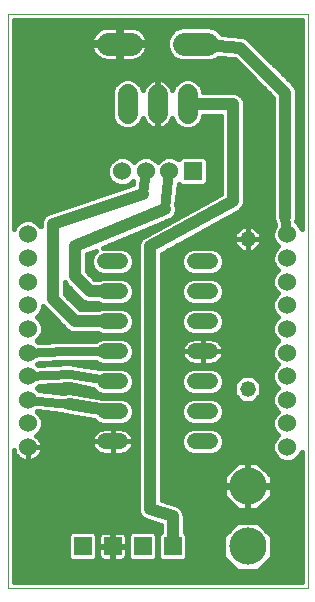
<source format=gtl>
G75*
%MOIN*%
%OFA0B0*%
%FSLAX24Y24*%
%IPPOS*%
%LPD*%
%ADD10C,0.0000*%
%ADD11R,0.0594X0.0594*%
%ADD12C,0.0600*%
%ADD13C,0.0520*%
%ADD14C,0.0650*%
%ADD15C,0.1240*%
%ADD16R,0.0600X0.0600*%
%ADD17C,0.0768*%
%ADD18C,0.0520*%
%ADD19C,0.0160*%
%ADD20C,0.0410*%
%ADD21C,0.0400*%
%ADD22C,0.0300*%
%ADD23C,0.0320*%
D10*
X000680Y001055D02*
X000680Y020180D01*
X010680Y020180D01*
X010680Y001055D01*
X000680Y001055D01*
D11*
X003180Y002430D03*
X004180Y002430D03*
X005180Y002430D03*
X006180Y002430D03*
D12*
X010011Y005743D03*
X010011Y006530D03*
X010011Y007318D03*
X010011Y008105D03*
X010011Y008893D03*
X010011Y009680D03*
X010011Y010467D03*
X010011Y011255D03*
X010011Y012042D03*
X010011Y012830D03*
X006074Y014930D03*
X005286Y014930D03*
X004499Y014930D03*
X001349Y012830D03*
X001349Y012042D03*
X001349Y011255D03*
X001349Y010467D03*
X001349Y009680D03*
X001349Y008893D03*
X001349Y008105D03*
X001349Y007318D03*
X001349Y006530D03*
X001349Y005743D03*
D13*
X003920Y005930D02*
X004440Y005930D01*
X004440Y006930D02*
X003920Y006930D01*
X003920Y007930D02*
X004440Y007930D01*
X004440Y008930D02*
X003920Y008930D01*
X003920Y009930D02*
X004440Y009930D01*
X004440Y010930D02*
X003920Y010930D01*
X003920Y011930D02*
X004440Y011930D01*
X006920Y011930D02*
X007440Y011930D01*
X007440Y010930D02*
X006920Y010930D01*
X006920Y009930D02*
X007440Y009930D01*
X007440Y008930D02*
X006920Y008930D01*
X006920Y007930D02*
X007440Y007930D01*
X007440Y006930D02*
X006920Y006930D01*
X006920Y005930D02*
X007440Y005930D01*
D14*
X006680Y016855D02*
X006680Y017505D01*
X005680Y017505D02*
X005680Y016855D01*
X004680Y016855D02*
X004680Y017505D01*
D15*
X008680Y004430D03*
X008680Y002430D03*
D16*
X006861Y014930D03*
D17*
X006576Y019180D02*
X007343Y019180D01*
X004784Y019180D02*
X004017Y019180D01*
D18*
X008680Y012680D03*
X008680Y007680D03*
D19*
X008473Y007237D02*
X007784Y007237D01*
X007830Y007191D02*
X007701Y007320D01*
X007531Y007390D01*
X006828Y007390D01*
X006659Y007320D01*
X006530Y007191D01*
X006460Y007021D01*
X006460Y006838D01*
X006530Y006669D01*
X006659Y006540D01*
X006828Y006470D01*
X007531Y006470D01*
X007701Y006540D01*
X007830Y006669D01*
X007900Y006838D01*
X007900Y007021D01*
X007830Y007191D01*
X007877Y007078D02*
X009569Y007078D01*
X009587Y007035D02*
X009697Y006924D01*
X009587Y006814D01*
X009511Y006630D01*
X009511Y006431D01*
X009587Y006247D01*
X009697Y006137D01*
X009587Y006026D01*
X009511Y005842D01*
X009511Y005644D01*
X009587Y005460D01*
X009727Y005319D01*
X009911Y005243D01*
X010110Y005243D01*
X010294Y005319D01*
X010435Y005460D01*
X010480Y005569D01*
X010480Y001255D01*
X000880Y001255D01*
X000880Y005638D01*
X000881Y005631D01*
X000904Y005559D01*
X000939Y005491D01*
X000983Y005430D01*
X001037Y005377D01*
X001098Y005332D01*
X001165Y005298D01*
X001237Y005275D01*
X001312Y005263D01*
X001349Y005263D01*
X001349Y005743D01*
X001349Y005743D01*
X001349Y005263D01*
X001387Y005263D01*
X001462Y005275D01*
X001534Y005298D01*
X001601Y005332D01*
X001662Y005377D01*
X001715Y005430D01*
X001760Y005491D01*
X001794Y005559D01*
X001817Y005631D01*
X001829Y005705D01*
X001829Y005743D01*
X001829Y005781D01*
X001817Y005855D01*
X001794Y005927D01*
X001760Y005995D01*
X001715Y006056D01*
X001662Y006109D01*
X001646Y006120D01*
X001773Y006247D01*
X001849Y006431D01*
X001849Y006630D01*
X001773Y006814D01*
X001663Y006924D01*
X001673Y006934D01*
X002509Y006851D01*
X002590Y006799D01*
X003570Y006630D01*
X003659Y006540D01*
X003828Y006470D01*
X004531Y006470D01*
X004701Y006540D01*
X004830Y006669D01*
X004900Y006838D01*
X004900Y007021D01*
X004830Y007191D01*
X004701Y007320D01*
X004531Y007390D01*
X003868Y007390D01*
X002727Y007588D01*
X002572Y007553D01*
X002566Y007549D01*
X001744Y007630D01*
X001663Y007711D01*
X001726Y007774D01*
X002753Y007828D01*
X003521Y007692D01*
X003530Y007669D01*
X003659Y007540D01*
X003828Y007470D01*
X004531Y007470D01*
X004701Y007540D01*
X004830Y007669D01*
X004900Y007838D01*
X004900Y008021D01*
X004830Y008191D01*
X004701Y008320D01*
X004531Y008390D01*
X003828Y008390D01*
X003758Y008361D01*
X002864Y008520D01*
X002826Y008533D01*
X002796Y008532D01*
X002767Y008537D01*
X002727Y008528D01*
X001688Y008473D01*
X001663Y008499D01*
X001718Y008554D01*
X002567Y008580D01*
X003619Y008580D01*
X003659Y008540D01*
X003828Y008470D01*
X004531Y008470D01*
X004701Y008540D01*
X004830Y008669D01*
X004900Y008838D01*
X004900Y009021D01*
X004830Y009191D01*
X004701Y009320D01*
X004531Y009390D01*
X003828Y009390D01*
X003659Y009320D01*
X003619Y009280D01*
X002626Y009280D01*
X002621Y009282D01*
X002557Y009280D01*
X002492Y009280D01*
X002487Y009278D01*
X001696Y009253D01*
X001663Y009286D01*
X001773Y009397D01*
X001849Y009581D01*
X001849Y009779D01*
X001773Y009963D01*
X001663Y010074D01*
X001773Y010184D01*
X001849Y010368D01*
X001849Y010445D01*
X001953Y010341D01*
X002703Y009591D01*
X002850Y009530D01*
X003684Y009530D01*
X003828Y009470D01*
X004531Y009470D01*
X004701Y009540D01*
X004830Y009669D01*
X004900Y009838D01*
X004900Y010021D01*
X004830Y010191D01*
X004701Y010320D01*
X004531Y010390D01*
X003828Y010390D01*
X003684Y010330D01*
X003096Y010330D01*
X002580Y010846D01*
X002580Y011230D01*
X002591Y011203D01*
X002703Y011091D01*
X003203Y010591D01*
X003350Y010530D01*
X003684Y010530D01*
X003828Y010470D01*
X004531Y010470D01*
X004701Y010540D01*
X004830Y010669D01*
X004900Y010838D01*
X004900Y011021D01*
X004830Y011191D01*
X004701Y011320D01*
X004531Y011390D01*
X003828Y011390D01*
X003684Y011330D01*
X003596Y011330D01*
X003330Y011596D01*
X003330Y012163D01*
X003626Y012287D01*
X003530Y012191D01*
X003460Y012021D01*
X003460Y011838D01*
X003530Y011669D01*
X003659Y011540D01*
X003828Y011470D01*
X004531Y011470D01*
X004701Y011540D01*
X004830Y011669D01*
X004900Y011838D01*
X004900Y012021D01*
X004830Y012191D01*
X004701Y012320D01*
X004531Y012390D01*
X003874Y012390D01*
X006157Y013341D01*
X006270Y013454D01*
X006330Y013601D01*
X006330Y013760D01*
X006308Y013813D01*
X006389Y014519D01*
X006478Y014430D01*
X007244Y014430D01*
X007361Y014547D01*
X007361Y015313D01*
X007244Y015430D01*
X006478Y015430D01*
X006380Y015331D01*
X006357Y015354D01*
X006173Y015430D01*
X005974Y015430D01*
X005790Y015354D01*
X005680Y015243D01*
X005570Y015354D01*
X005386Y015430D01*
X005187Y015430D01*
X005003Y015354D01*
X004893Y015243D01*
X004782Y015354D01*
X004598Y015430D01*
X004399Y015430D01*
X004216Y015354D01*
X004075Y015213D01*
X003999Y015029D01*
X003999Y014831D01*
X004075Y014647D01*
X004216Y014506D01*
X004399Y014430D01*
X004598Y014430D01*
X004782Y014506D01*
X004876Y014600D01*
X004861Y014495D01*
X002115Y013580D01*
X002100Y013580D01*
X002040Y013555D01*
X001978Y013534D01*
X001967Y013525D01*
X001953Y013519D01*
X001907Y013473D01*
X001858Y013430D01*
X001851Y013417D01*
X001841Y013407D01*
X001816Y013346D01*
X001787Y013288D01*
X001786Y013273D01*
X001780Y013260D01*
X001780Y013194D01*
X001775Y013129D01*
X001780Y013115D01*
X001780Y013096D01*
X001773Y013113D01*
X001633Y013253D01*
X001449Y013330D01*
X001250Y013330D01*
X001066Y013253D01*
X000925Y013113D01*
X000880Y013003D01*
X000880Y019980D01*
X010480Y019980D01*
X010480Y013003D01*
X010435Y013113D01*
X010319Y013229D01*
X010311Y013285D01*
X010330Y013331D01*
X010330Y017635D01*
X010269Y017782D01*
X010157Y017894D01*
X010157Y017894D01*
X008725Y019326D01*
X008684Y019374D01*
X008669Y019382D01*
X008657Y019394D01*
X008599Y019418D01*
X008543Y019447D01*
X008526Y019448D01*
X008510Y019455D01*
X008447Y019455D01*
X007840Y019507D01*
X007838Y019511D01*
X007674Y019675D01*
X007460Y019764D01*
X006460Y019764D01*
X006245Y019675D01*
X006081Y019511D01*
X005992Y019296D01*
X005992Y019064D01*
X006081Y018849D01*
X006245Y018685D01*
X006460Y018596D01*
X007460Y018596D01*
X007674Y018685D01*
X007704Y018715D01*
X008250Y018669D01*
X009530Y017389D01*
X009530Y013331D01*
X009591Y013184D01*
X009599Y013175D01*
X009605Y013131D01*
X009587Y013113D01*
X009511Y012929D01*
X009511Y012730D01*
X009587Y012546D01*
X009697Y012436D01*
X009587Y012325D01*
X009511Y012142D01*
X009511Y011943D01*
X009587Y011759D01*
X009697Y011649D01*
X009587Y011538D01*
X009511Y011354D01*
X009511Y011155D01*
X009587Y010972D01*
X009697Y010861D01*
X009587Y010751D01*
X009511Y010567D01*
X009511Y010368D01*
X009587Y010184D01*
X009697Y010074D01*
X009587Y009963D01*
X009511Y009779D01*
X009511Y009581D01*
X009587Y009397D01*
X009697Y009286D01*
X009587Y009176D01*
X009511Y008992D01*
X009511Y008793D01*
X009587Y008609D01*
X009697Y008499D01*
X009587Y008388D01*
X009511Y008205D01*
X009511Y008006D01*
X009587Y007822D01*
X009697Y007711D01*
X009587Y007601D01*
X009511Y007417D01*
X009511Y007218D01*
X009587Y007035D01*
X009693Y006920D02*
X007900Y006920D01*
X007868Y006761D02*
X009565Y006761D01*
X009511Y006603D02*
X007763Y006603D01*
X007701Y006320D02*
X007531Y006390D01*
X006828Y006390D01*
X006659Y006320D01*
X006530Y006191D01*
X006460Y006021D01*
X006460Y005838D01*
X006530Y005669D01*
X006659Y005540D01*
X006828Y005470D01*
X007531Y005470D01*
X007701Y005540D01*
X007830Y005669D01*
X007900Y005838D01*
X007900Y006021D01*
X007830Y006191D01*
X007701Y006320D01*
X007735Y006286D02*
X009571Y006286D01*
X009511Y006444D02*
X005830Y006444D01*
X005830Y006286D02*
X006625Y006286D01*
X006504Y006127D02*
X005830Y006127D01*
X005830Y005969D02*
X006460Y005969D01*
X006472Y005810D02*
X005830Y005810D01*
X005830Y005652D02*
X006548Y005652D01*
X006773Y005493D02*
X005830Y005493D01*
X005830Y005335D02*
X009712Y005335D01*
X009573Y005493D02*
X007587Y005493D01*
X007812Y005652D02*
X009511Y005652D01*
X009511Y005810D02*
X007888Y005810D01*
X007900Y005969D02*
X009563Y005969D01*
X009688Y006127D02*
X007856Y006127D01*
X008349Y005230D02*
X007880Y004761D01*
X007880Y004460D01*
X008650Y004460D01*
X008650Y005230D01*
X008349Y005230D01*
X008295Y005176D02*
X005830Y005176D01*
X005830Y005018D02*
X008136Y005018D01*
X007978Y004859D02*
X005830Y004859D01*
X005830Y004701D02*
X007880Y004701D01*
X007880Y004542D02*
X005830Y004542D01*
X005830Y004384D02*
X007880Y004384D01*
X007880Y004400D02*
X007880Y004099D01*
X008349Y003630D01*
X008650Y003630D01*
X008650Y004400D01*
X008710Y004400D01*
X008710Y004460D01*
X009480Y004460D01*
X009480Y004761D01*
X009011Y005230D01*
X008710Y005230D01*
X008710Y004460D01*
X008650Y004460D01*
X008650Y004400D01*
X007880Y004400D01*
X007880Y004225D02*
X005830Y004225D01*
X005830Y004067D02*
X007912Y004067D01*
X008071Y003908D02*
X006011Y003908D01*
X005830Y003968D02*
X005830Y012193D01*
X008353Y013569D01*
X008407Y013591D01*
X008422Y013606D01*
X008441Y013617D01*
X008478Y013662D01*
X008519Y013703D01*
X008528Y013724D01*
X008541Y013741D01*
X008558Y013797D01*
X008580Y013850D01*
X008580Y013872D01*
X008586Y013893D01*
X008580Y013951D01*
X008580Y017260D01*
X008519Y017407D01*
X008407Y017519D01*
X008260Y017580D01*
X007205Y017580D01*
X007205Y017609D01*
X007125Y017802D01*
X006977Y017950D01*
X006784Y018030D01*
X006576Y018030D01*
X006383Y017950D01*
X006235Y017802D01*
X006167Y017639D01*
X006148Y017699D01*
X006112Y017769D01*
X006065Y017834D01*
X006009Y017890D01*
X005945Y017937D01*
X005874Y017973D01*
X005798Y017997D01*
X005720Y018010D01*
X005708Y018010D01*
X005708Y017208D01*
X005652Y017208D01*
X005652Y018010D01*
X005640Y018010D01*
X005562Y017997D01*
X005486Y017973D01*
X005415Y017937D01*
X005351Y017890D01*
X005295Y017834D01*
X005248Y017769D01*
X005212Y017699D01*
X005193Y017639D01*
X005125Y017802D01*
X004977Y017950D01*
X004784Y018030D01*
X004576Y018030D01*
X004383Y017950D01*
X004235Y017802D01*
X004155Y017609D01*
X004155Y016751D01*
X004235Y016558D01*
X004383Y016410D01*
X004576Y016330D01*
X004784Y016330D01*
X004977Y016410D01*
X005125Y016558D01*
X005193Y016721D01*
X005212Y016661D01*
X005248Y016591D01*
X005295Y016526D01*
X005351Y016470D01*
X005415Y016423D01*
X005486Y016387D01*
X005562Y016363D01*
X005640Y016350D01*
X005652Y016350D01*
X005652Y017152D01*
X005708Y017152D01*
X005708Y016350D01*
X005720Y016350D01*
X005798Y016363D01*
X005874Y016387D01*
X005945Y016423D01*
X006009Y016470D01*
X006065Y016526D01*
X006112Y016591D01*
X006148Y016661D01*
X006167Y016721D01*
X006235Y016558D01*
X006383Y016410D01*
X006576Y016330D01*
X006784Y016330D01*
X006977Y016410D01*
X007125Y016558D01*
X007205Y016751D01*
X007205Y016780D01*
X007780Y016780D01*
X007780Y014167D01*
X005257Y012791D01*
X005203Y012769D01*
X005188Y012754D01*
X005169Y012743D01*
X005132Y012698D01*
X005091Y012657D01*
X005082Y012636D01*
X005069Y012619D01*
X005052Y012563D01*
X005030Y012510D01*
X005030Y012488D01*
X005024Y012467D01*
X004059Y012467D01*
X004439Y012626D02*
X005074Y012626D01*
X005024Y012467D02*
X005030Y012409D01*
X005030Y003745D01*
X005025Y003731D01*
X005030Y003666D01*
X005030Y003600D01*
X005036Y003587D01*
X005037Y003572D01*
X005066Y003514D01*
X005091Y003453D01*
X005101Y003443D01*
X005108Y003430D01*
X005157Y003387D01*
X005203Y003341D01*
X005217Y003335D01*
X005228Y003326D01*
X005290Y003305D01*
X005350Y003280D01*
X005365Y003280D01*
X005780Y003142D01*
X005780Y002907D01*
X005683Y002810D01*
X005683Y002050D01*
X005800Y001933D01*
X006560Y001933D01*
X006677Y002050D01*
X006677Y002810D01*
X006580Y002907D01*
X006580Y003365D01*
X006585Y003379D01*
X006580Y003444D01*
X006580Y003510D01*
X006574Y003523D01*
X006573Y003538D01*
X006544Y003596D01*
X006519Y003657D01*
X006509Y003667D01*
X006502Y003680D01*
X006453Y003723D01*
X006407Y003769D01*
X006393Y003775D01*
X006382Y003784D01*
X006320Y003805D01*
X006260Y003830D01*
X006245Y003830D01*
X005830Y003968D01*
X005383Y003274D02*
X000880Y003274D01*
X000880Y003116D02*
X005780Y003116D01*
X005780Y002957D02*
X000880Y002957D01*
X000880Y002799D02*
X002683Y002799D01*
X002683Y002810D02*
X002800Y002927D01*
X003560Y002927D01*
X003677Y002810D01*
X003677Y002050D01*
X003560Y001933D01*
X002800Y001933D01*
X002683Y002050D01*
X002683Y002810D01*
X002683Y002640D02*
X000880Y002640D01*
X000880Y002482D02*
X002683Y002482D01*
X002683Y002323D02*
X000880Y002323D01*
X000880Y002165D02*
X002683Y002165D01*
X002727Y002006D02*
X000880Y002006D01*
X000880Y001848D02*
X008103Y001848D01*
X007944Y002006D02*
X006633Y002006D01*
X006677Y002165D02*
X007860Y002165D01*
X007860Y002090D02*
X008340Y001610D01*
X009020Y001610D01*
X009500Y002090D01*
X009500Y002770D01*
X009020Y003250D01*
X008340Y003250D01*
X007860Y002770D01*
X007860Y002090D01*
X007860Y002323D02*
X006677Y002323D01*
X006677Y002482D02*
X007860Y002482D01*
X007860Y002640D02*
X006677Y002640D01*
X006677Y002799D02*
X007889Y002799D01*
X008047Y002957D02*
X006580Y002957D01*
X006580Y003116D02*
X008206Y003116D01*
X008229Y003750D02*
X006426Y003750D01*
X006547Y003591D02*
X010480Y003591D01*
X010480Y003433D02*
X006581Y003433D01*
X006580Y003274D02*
X010480Y003274D01*
X010480Y003116D02*
X009154Y003116D01*
X009313Y002957D02*
X010480Y002957D01*
X010480Y002799D02*
X009471Y002799D01*
X009500Y002640D02*
X010480Y002640D01*
X010480Y002482D02*
X009500Y002482D01*
X009500Y002323D02*
X010480Y002323D01*
X010480Y002165D02*
X009500Y002165D01*
X009416Y002006D02*
X010480Y002006D01*
X010480Y001848D02*
X009257Y001848D01*
X009099Y001689D02*
X010480Y001689D01*
X010480Y001531D02*
X000880Y001531D01*
X000880Y001689D02*
X008261Y001689D01*
X008710Y003630D02*
X009011Y003630D01*
X009480Y004099D01*
X009480Y004400D01*
X008710Y004400D01*
X008710Y003630D01*
X008710Y003750D02*
X008650Y003750D01*
X008650Y003908D02*
X008710Y003908D01*
X008710Y004067D02*
X008650Y004067D01*
X008650Y004225D02*
X008710Y004225D01*
X008710Y004384D02*
X008650Y004384D01*
X008650Y004542D02*
X008710Y004542D01*
X008710Y004701D02*
X008650Y004701D01*
X008650Y004859D02*
X008710Y004859D01*
X008710Y005018D02*
X008650Y005018D01*
X008650Y005176D02*
X008710Y005176D01*
X009065Y005176D02*
X010480Y005176D01*
X010480Y005018D02*
X009224Y005018D01*
X009382Y004859D02*
X010480Y004859D01*
X010480Y004701D02*
X009480Y004701D01*
X009480Y004542D02*
X010480Y004542D01*
X010480Y004384D02*
X009480Y004384D01*
X009480Y004225D02*
X010480Y004225D01*
X010480Y004067D02*
X009448Y004067D01*
X009289Y003908D02*
X010480Y003908D01*
X010480Y003750D02*
X009131Y003750D01*
X010309Y005335D02*
X010480Y005335D01*
X010480Y005493D02*
X010448Y005493D01*
X009511Y007237D02*
X008887Y007237D01*
X008871Y007220D02*
X009140Y007489D01*
X009140Y007871D01*
X008871Y008140D01*
X008489Y008140D01*
X008220Y007871D01*
X008220Y007489D01*
X008489Y007220D01*
X008871Y007220D01*
X009046Y007395D02*
X009511Y007395D01*
X009567Y007554D02*
X009140Y007554D01*
X009140Y007712D02*
X009697Y007712D01*
X009567Y007871D02*
X009140Y007871D01*
X008982Y008029D02*
X009511Y008029D01*
X009511Y008188D02*
X007831Y008188D01*
X007830Y008191D02*
X007701Y008320D01*
X007531Y008390D01*
X006828Y008390D01*
X006659Y008320D01*
X006530Y008191D01*
X006460Y008021D01*
X006460Y007838D01*
X006530Y007669D01*
X006659Y007540D01*
X006828Y007470D01*
X007531Y007470D01*
X007701Y007540D01*
X007830Y007669D01*
X007900Y007838D01*
X007900Y008021D01*
X007830Y008191D01*
X007897Y008029D02*
X008378Y008029D01*
X008220Y007871D02*
X007900Y007871D01*
X007848Y007712D02*
X008220Y007712D01*
X008220Y007554D02*
X007714Y007554D01*
X007638Y008346D02*
X009569Y008346D01*
X009692Y008505D02*
X007554Y008505D01*
X007543Y008501D02*
X007609Y008522D01*
X007671Y008554D01*
X007727Y008594D01*
X007776Y008643D01*
X007816Y008699D01*
X007848Y008761D01*
X007869Y008827D01*
X007880Y008895D01*
X007880Y008930D01*
X007880Y008965D01*
X007869Y009033D01*
X007848Y009099D01*
X007816Y009161D01*
X007776Y009217D01*
X007727Y009266D01*
X007671Y009306D01*
X007609Y009338D01*
X007543Y009359D01*
X007475Y009370D01*
X007180Y009370D01*
X007180Y008930D01*
X007180Y008930D01*
X007880Y008930D01*
X007180Y008930D01*
X007180Y008930D01*
X007180Y008490D01*
X007475Y008490D01*
X007543Y008501D01*
X007790Y008663D02*
X009565Y008663D01*
X009511Y008822D02*
X007867Y008822D01*
X007878Y008980D02*
X009511Y008980D01*
X009571Y009139D02*
X007828Y009139D01*
X007683Y009297D02*
X009687Y009297D01*
X009562Y009456D02*
X005830Y009456D01*
X005830Y009614D02*
X006585Y009614D01*
X006530Y009669D02*
X006659Y009540D01*
X006828Y009470D01*
X007531Y009470D01*
X007701Y009540D01*
X007830Y009669D01*
X007900Y009838D01*
X007900Y010021D01*
X007830Y010191D01*
X007701Y010320D01*
X007531Y010390D01*
X006828Y010390D01*
X006659Y010320D01*
X006530Y010191D01*
X006460Y010021D01*
X006460Y009838D01*
X006530Y009669D01*
X006487Y009773D02*
X005830Y009773D01*
X005830Y009931D02*
X006460Y009931D01*
X006488Y010090D02*
X005830Y010090D01*
X005830Y010248D02*
X006587Y010248D01*
X006659Y010540D02*
X006530Y010669D01*
X006460Y010838D01*
X006460Y011021D01*
X006530Y011191D01*
X006659Y011320D01*
X006828Y011390D01*
X007531Y011390D01*
X007701Y011320D01*
X007830Y011191D01*
X007900Y011021D01*
X007900Y010838D01*
X007830Y010669D01*
X007701Y010540D01*
X007531Y010470D01*
X006828Y010470D01*
X006659Y010540D01*
X006634Y010565D02*
X005830Y010565D01*
X005830Y010407D02*
X009511Y010407D01*
X009511Y010565D02*
X007726Y010565D01*
X007852Y010724D02*
X009576Y010724D01*
X009676Y010882D02*
X007900Y010882D01*
X007892Y011041D02*
X009558Y011041D01*
X009511Y011199D02*
X007822Y011199D01*
X007610Y011358D02*
X009512Y011358D01*
X009578Y011516D02*
X007643Y011516D01*
X007701Y011540D02*
X007830Y011669D01*
X007900Y011838D01*
X007900Y012021D01*
X007830Y012191D01*
X007701Y012320D01*
X007531Y012390D01*
X006828Y012390D01*
X006659Y012320D01*
X006530Y012191D01*
X006460Y012021D01*
X006460Y011838D01*
X006530Y011669D01*
X006659Y011540D01*
X006828Y011470D01*
X007531Y011470D01*
X007701Y011540D01*
X007832Y011675D02*
X009671Y011675D01*
X009556Y011833D02*
X007898Y011833D01*
X007900Y011992D02*
X009511Y011992D01*
X009514Y012150D02*
X007847Y012150D01*
X007712Y012309D02*
X008429Y012309D01*
X008498Y012240D02*
X008240Y012498D01*
X008240Y012680D01*
X008680Y012680D01*
X008680Y012680D01*
X008680Y013120D01*
X008862Y013120D01*
X009120Y012862D01*
X009120Y012680D01*
X008680Y012680D01*
X008680Y012680D01*
X008680Y012680D01*
X008680Y013120D01*
X008498Y013120D01*
X008240Y012862D01*
X008240Y012680D01*
X008680Y012680D01*
X009120Y012680D01*
X009120Y012498D01*
X008862Y012240D01*
X008680Y012240D01*
X008680Y012680D01*
X008680Y012680D01*
X008680Y012240D01*
X008498Y012240D01*
X008271Y012467D02*
X006333Y012467D01*
X006513Y012150D02*
X005830Y012150D01*
X005830Y011992D02*
X006460Y011992D01*
X006462Y011833D02*
X005830Y011833D01*
X005830Y011675D02*
X006528Y011675D01*
X006717Y011516D02*
X005830Y011516D01*
X005830Y011358D02*
X006750Y011358D01*
X006538Y011199D02*
X005830Y011199D01*
X005830Y011041D02*
X006468Y011041D01*
X006460Y010882D02*
X005830Y010882D01*
X005830Y010724D02*
X006508Y010724D01*
X006817Y009359D02*
X006751Y009338D01*
X006689Y009306D01*
X006633Y009266D01*
X006584Y009217D01*
X006544Y009161D01*
X006512Y009099D01*
X006491Y009033D01*
X006480Y008965D01*
X006480Y008930D01*
X007180Y008930D01*
X007180Y008930D01*
X007180Y008930D01*
X007180Y009370D01*
X006885Y009370D01*
X006817Y009359D01*
X006677Y009297D02*
X005830Y009297D01*
X005830Y009139D02*
X006532Y009139D01*
X006482Y008980D02*
X005830Y008980D01*
X005830Y008822D02*
X006493Y008822D01*
X006491Y008827D02*
X006512Y008761D01*
X006544Y008699D01*
X006584Y008643D01*
X006633Y008594D01*
X006689Y008554D01*
X006751Y008522D01*
X006817Y008501D01*
X006885Y008490D01*
X007180Y008490D01*
X007180Y008930D01*
X006480Y008930D01*
X006480Y008895D01*
X006491Y008827D01*
X006570Y008663D02*
X005830Y008663D01*
X005830Y008505D02*
X006806Y008505D01*
X006722Y008346D02*
X005830Y008346D01*
X005830Y008188D02*
X006529Y008188D01*
X006463Y008029D02*
X005830Y008029D01*
X005830Y007871D02*
X006460Y007871D01*
X006512Y007712D02*
X005830Y007712D01*
X005830Y007554D02*
X006646Y007554D01*
X006576Y007237D02*
X005830Y007237D01*
X005830Y007395D02*
X008314Y007395D01*
X007180Y008505D02*
X007180Y008505D01*
X007180Y008663D02*
X007180Y008663D01*
X007180Y008822D02*
X007180Y008822D01*
X007180Y008980D02*
X007180Y008980D01*
X007180Y009139D02*
X007180Y009139D01*
X007180Y009297D02*
X007180Y009297D01*
X007775Y009614D02*
X009511Y009614D01*
X009511Y009773D02*
X007873Y009773D01*
X007900Y009931D02*
X009573Y009931D01*
X009681Y010090D02*
X007872Y010090D01*
X007773Y010248D02*
X009560Y010248D01*
X009580Y012309D02*
X008931Y012309D01*
X009089Y012467D02*
X009666Y012467D01*
X009554Y012626D02*
X009120Y012626D01*
X009120Y012784D02*
X009511Y012784D01*
X009516Y012943D02*
X009040Y012943D01*
X008881Y013101D02*
X009582Y013101D01*
X009560Y013260D02*
X007786Y013260D01*
X007496Y013101D02*
X008479Y013101D01*
X008320Y012943D02*
X007205Y012943D01*
X006914Y012784D02*
X008240Y012784D01*
X008240Y012626D02*
X006624Y012626D01*
X006648Y012309D02*
X006043Y012309D01*
X005534Y012943D02*
X005200Y012943D01*
X005239Y012784D02*
X004820Y012784D01*
X004712Y012309D02*
X005030Y012309D01*
X005030Y012150D02*
X004847Y012150D01*
X004900Y011992D02*
X005030Y011992D01*
X005030Y011833D02*
X004898Y011833D01*
X004832Y011675D02*
X005030Y011675D01*
X005030Y011516D02*
X004643Y011516D01*
X004610Y011358D02*
X005030Y011358D01*
X005030Y011199D02*
X004822Y011199D01*
X004892Y011041D02*
X005030Y011041D01*
X005030Y010882D02*
X004900Y010882D01*
X004852Y010724D02*
X005030Y010724D01*
X005030Y010565D02*
X004726Y010565D01*
X004773Y010248D02*
X005030Y010248D01*
X005030Y010090D02*
X004872Y010090D01*
X004900Y009931D02*
X005030Y009931D01*
X005030Y009773D02*
X004873Y009773D01*
X004775Y009614D02*
X005030Y009614D01*
X005030Y009456D02*
X001798Y009456D01*
X001849Y009614D02*
X002680Y009614D01*
X002522Y009773D02*
X001849Y009773D01*
X001787Y009931D02*
X002363Y009931D01*
X002205Y010090D02*
X001679Y010090D01*
X001800Y010248D02*
X002046Y010248D01*
X001888Y010407D02*
X001849Y010407D01*
X001673Y009297D02*
X003636Y009297D01*
X003745Y008505D02*
X002949Y008505D01*
X003407Y007712D02*
X001663Y007712D01*
X001667Y006920D02*
X001818Y006920D01*
X001795Y006761D02*
X002812Y006761D01*
X002924Y007554D02*
X003646Y007554D01*
X003839Y007395D02*
X005030Y007395D01*
X005030Y007237D02*
X004784Y007237D01*
X004877Y007078D02*
X005030Y007078D01*
X005030Y006920D02*
X004900Y006920D01*
X004868Y006761D02*
X005030Y006761D01*
X005030Y006603D02*
X004763Y006603D01*
X004609Y006338D02*
X004543Y006359D01*
X004475Y006370D01*
X004180Y006370D01*
X004180Y005930D01*
X004180Y005930D01*
X004880Y005930D01*
X004880Y005965D01*
X004869Y006033D01*
X004848Y006099D01*
X004816Y006161D01*
X004776Y006217D01*
X004727Y006266D01*
X004671Y006306D01*
X004609Y006338D01*
X004699Y006286D02*
X005030Y006286D01*
X005030Y006444D02*
X001849Y006444D01*
X001849Y006603D02*
X003597Y006603D01*
X003751Y006338D02*
X003689Y006306D01*
X003633Y006266D01*
X003584Y006217D01*
X003544Y006161D01*
X003512Y006099D01*
X003491Y006033D01*
X003480Y005965D01*
X003480Y005930D01*
X004180Y005930D01*
X004180Y005930D01*
X004180Y005490D01*
X004475Y005490D01*
X004543Y005501D01*
X004609Y005522D01*
X004671Y005554D01*
X004727Y005594D01*
X004776Y005643D01*
X004816Y005699D01*
X004848Y005761D01*
X004869Y005827D01*
X004880Y005895D01*
X004880Y005930D01*
X004180Y005930D01*
X004180Y005930D01*
X004180Y005930D01*
X004180Y006370D01*
X003885Y006370D01*
X003817Y006359D01*
X003751Y006338D01*
X003661Y006286D02*
X001789Y006286D01*
X001653Y006127D02*
X003527Y006127D01*
X003481Y005969D02*
X001773Y005969D01*
X001825Y005810D02*
X003496Y005810D01*
X003491Y005827D02*
X003512Y005761D01*
X003544Y005699D01*
X003584Y005643D01*
X003633Y005594D01*
X003689Y005554D01*
X003751Y005522D01*
X003817Y005501D01*
X003885Y005490D01*
X004180Y005490D01*
X004180Y005930D01*
X003480Y005930D01*
X003480Y005895D01*
X003491Y005827D01*
X003578Y005652D02*
X001821Y005652D01*
X001829Y005743D02*
X001349Y005743D01*
X001829Y005743D01*
X001761Y005493D02*
X003866Y005493D01*
X004180Y005493D02*
X004180Y005493D01*
X004180Y005652D02*
X004180Y005652D01*
X004180Y005810D02*
X004180Y005810D01*
X004180Y005969D02*
X004180Y005969D01*
X004180Y006127D02*
X004180Y006127D01*
X004180Y006286D02*
X004180Y006286D01*
X004494Y005493D02*
X005030Y005493D01*
X005030Y005335D02*
X001604Y005335D01*
X001349Y005335D02*
X001349Y005335D01*
X001349Y005493D02*
X001349Y005493D01*
X001349Y005652D02*
X001349Y005652D01*
X001349Y005743D02*
X001349Y005743D01*
X001095Y005335D02*
X000880Y005335D01*
X000880Y005493D02*
X000938Y005493D01*
X000880Y005176D02*
X005030Y005176D01*
X005030Y005018D02*
X000880Y005018D01*
X000880Y004859D02*
X005030Y004859D01*
X005030Y004701D02*
X000880Y004701D01*
X000880Y004542D02*
X005030Y004542D01*
X005030Y004384D02*
X000880Y004384D01*
X000880Y004225D02*
X005030Y004225D01*
X005030Y004067D02*
X000880Y004067D01*
X000880Y003908D02*
X005030Y003908D01*
X005030Y003750D02*
X000880Y003750D01*
X000880Y003591D02*
X005034Y003591D01*
X005107Y003433D02*
X000880Y003433D01*
X000880Y001372D02*
X010480Y001372D01*
X006597Y006603D02*
X005830Y006603D01*
X005830Y006761D02*
X006492Y006761D01*
X006460Y006920D02*
X005830Y006920D01*
X005830Y007078D02*
X006483Y007078D01*
X005030Y007554D02*
X004714Y007554D01*
X004848Y007712D02*
X005030Y007712D01*
X005030Y007871D02*
X004900Y007871D01*
X004897Y008029D02*
X005030Y008029D01*
X005030Y008188D02*
X004831Y008188D01*
X004638Y008346D02*
X005030Y008346D01*
X005030Y008505D02*
X004615Y008505D01*
X004824Y008663D02*
X005030Y008663D01*
X005030Y008822D02*
X004893Y008822D01*
X004900Y008980D02*
X005030Y008980D01*
X005030Y009139D02*
X004852Y009139D01*
X004724Y009297D02*
X005030Y009297D01*
X005030Y010407D02*
X003019Y010407D01*
X002861Y010565D02*
X003266Y010565D01*
X003071Y010724D02*
X002702Y010724D01*
X002580Y010882D02*
X002912Y010882D01*
X002754Y011041D02*
X002580Y011041D01*
X002580Y011199D02*
X002595Y011199D01*
X003330Y011675D02*
X003528Y011675D01*
X003462Y011833D02*
X003330Y011833D01*
X003330Y011992D02*
X003460Y011992D01*
X003513Y012150D02*
X003330Y012150D01*
X003410Y011516D02*
X003717Y011516D01*
X003750Y011358D02*
X003568Y011358D01*
X002580Y013735D02*
X000880Y013735D01*
X000880Y013577D02*
X002092Y013577D01*
X001852Y013418D02*
X000880Y013418D01*
X000880Y013260D02*
X001081Y013260D01*
X000921Y013101D02*
X000880Y013101D01*
X000880Y013894D02*
X003056Y013894D01*
X003531Y014052D02*
X000880Y014052D01*
X000880Y014211D02*
X004007Y014211D01*
X004194Y014528D02*
X000880Y014528D01*
X000880Y014686D02*
X004059Y014686D01*
X003999Y014845D02*
X000880Y014845D01*
X000880Y015003D02*
X003999Y015003D01*
X004054Y015162D02*
X000880Y015162D01*
X000880Y015320D02*
X004182Y015320D01*
X004816Y015320D02*
X004969Y015320D01*
X004866Y014528D02*
X004804Y014528D01*
X004482Y014369D02*
X000880Y014369D01*
X000880Y015479D02*
X007780Y015479D01*
X007780Y015637D02*
X000880Y015637D01*
X000880Y015796D02*
X007780Y015796D01*
X007780Y015954D02*
X000880Y015954D01*
X000880Y016113D02*
X007780Y016113D01*
X007780Y016271D02*
X000880Y016271D01*
X000880Y016430D02*
X004363Y016430D01*
X004223Y016588D02*
X000880Y016588D01*
X000880Y016747D02*
X004157Y016747D01*
X004155Y016905D02*
X000880Y016905D01*
X000880Y017064D02*
X004155Y017064D01*
X004155Y017222D02*
X000880Y017222D01*
X000880Y017381D02*
X004155Y017381D01*
X004155Y017539D02*
X000880Y017539D01*
X000880Y017698D02*
X004192Y017698D01*
X004289Y017856D02*
X000880Y017856D01*
X000880Y018015D02*
X004539Y018015D01*
X004821Y018015D02*
X006539Y018015D01*
X006289Y017856D02*
X006043Y017856D01*
X006148Y017698D02*
X006192Y017698D01*
X005708Y017698D02*
X005652Y017698D01*
X005652Y017856D02*
X005708Y017856D01*
X005708Y017539D02*
X005652Y017539D01*
X005652Y017381D02*
X005708Y017381D01*
X005708Y017222D02*
X005652Y017222D01*
X005652Y017064D02*
X005708Y017064D01*
X005708Y016905D02*
X005652Y016905D01*
X005652Y016747D02*
X005708Y016747D01*
X005708Y016588D02*
X005652Y016588D01*
X005652Y016430D02*
X005708Y016430D01*
X005953Y016430D02*
X006363Y016430D01*
X006223Y016588D02*
X006110Y016588D01*
X005407Y016430D02*
X004997Y016430D01*
X005137Y016588D02*
X005250Y016588D01*
X005212Y017698D02*
X005168Y017698D01*
X005071Y017856D02*
X005317Y017856D01*
X005001Y018657D02*
X005080Y018698D01*
X005152Y018750D01*
X005214Y018813D01*
X005267Y018884D01*
X005307Y018964D01*
X005334Y019048D01*
X005348Y019132D01*
X004448Y019132D01*
X004448Y018616D01*
X004829Y018616D01*
X004916Y018630D01*
X005001Y018657D01*
X004973Y018649D02*
X006333Y018649D01*
X006123Y018807D02*
X005209Y018807D01*
X005308Y018966D02*
X006033Y018966D01*
X005992Y019124D02*
X005346Y019124D01*
X005348Y019228D02*
X005334Y019312D01*
X005307Y019396D01*
X005267Y019476D01*
X005214Y019547D01*
X005152Y019610D01*
X005080Y019662D01*
X005001Y019703D01*
X004916Y019730D01*
X004829Y019744D01*
X004448Y019744D01*
X004448Y019228D01*
X004353Y019228D01*
X004353Y019744D01*
X003972Y019744D01*
X003885Y019730D01*
X003800Y019703D01*
X003721Y019662D01*
X003649Y019610D01*
X003587Y019547D01*
X003534Y019476D01*
X003494Y019396D01*
X003467Y019312D01*
X003453Y019228D01*
X004353Y019228D01*
X004353Y019132D01*
X004448Y019132D01*
X004448Y019228D01*
X005348Y019228D01*
X005339Y019283D02*
X005992Y019283D01*
X006052Y019441D02*
X005284Y019441D01*
X005162Y019600D02*
X006169Y019600D01*
X006445Y019758D02*
X000880Y019758D01*
X000880Y019600D02*
X003639Y019600D01*
X003517Y019441D02*
X000880Y019441D01*
X000880Y019283D02*
X003462Y019283D01*
X003453Y019132D02*
X003467Y019048D01*
X003494Y018964D01*
X003534Y018884D01*
X003587Y018813D01*
X003649Y018750D01*
X003721Y018698D01*
X003800Y018657D01*
X003885Y018630D01*
X003972Y018616D01*
X004353Y018616D01*
X004353Y019132D01*
X003453Y019132D01*
X003455Y019124D02*
X000880Y019124D01*
X000880Y018966D02*
X003493Y018966D01*
X003592Y018807D02*
X000880Y018807D01*
X000880Y018649D02*
X003828Y018649D01*
X004353Y018649D02*
X004448Y018649D01*
X004448Y018807D02*
X004353Y018807D01*
X004353Y018966D02*
X004448Y018966D01*
X004448Y019124D02*
X004353Y019124D01*
X004353Y019283D02*
X004448Y019283D01*
X004448Y019441D02*
X004353Y019441D01*
X004353Y019600D02*
X004448Y019600D01*
X005603Y015320D02*
X005757Y015320D01*
X006372Y014369D02*
X007780Y014369D01*
X007780Y014211D02*
X006353Y014211D01*
X006335Y014052D02*
X007568Y014052D01*
X007278Y013894D02*
X006317Y013894D01*
X006330Y013735D02*
X006987Y013735D01*
X006697Y013577D02*
X006320Y013577D01*
X006234Y013418D02*
X006406Y013418D01*
X006115Y013260D02*
X005961Y013260D01*
X005825Y013101D02*
X005580Y013101D01*
X007341Y014528D02*
X007780Y014528D01*
X007780Y014686D02*
X007361Y014686D01*
X007361Y014845D02*
X007780Y014845D01*
X007780Y015003D02*
X007361Y015003D01*
X007361Y015162D02*
X007780Y015162D01*
X007780Y015320D02*
X007354Y015320D01*
X006997Y016430D02*
X007780Y016430D01*
X007780Y016588D02*
X007137Y016588D01*
X007203Y016747D02*
X007780Y016747D01*
X008358Y017539D02*
X009380Y017539D01*
X009530Y017381D02*
X008530Y017381D01*
X008580Y017222D02*
X009530Y017222D01*
X009530Y017064D02*
X008580Y017064D01*
X008580Y016905D02*
X009530Y016905D01*
X009530Y016747D02*
X008580Y016747D01*
X008580Y016588D02*
X009530Y016588D01*
X009530Y016430D02*
X008580Y016430D01*
X008580Y016271D02*
X009530Y016271D01*
X009530Y016113D02*
X008580Y016113D01*
X008580Y015954D02*
X009530Y015954D01*
X009530Y015796D02*
X008580Y015796D01*
X008580Y015637D02*
X009530Y015637D01*
X009530Y015479D02*
X008580Y015479D01*
X008580Y015320D02*
X009530Y015320D01*
X009530Y015162D02*
X008580Y015162D01*
X008580Y015003D02*
X009530Y015003D01*
X009530Y014845D02*
X008580Y014845D01*
X008580Y014686D02*
X009530Y014686D01*
X009530Y014528D02*
X008580Y014528D01*
X008580Y014369D02*
X009530Y014369D01*
X009530Y014211D02*
X008580Y014211D01*
X008580Y014052D02*
X009530Y014052D01*
X009530Y013894D02*
X008586Y013894D01*
X008537Y013735D02*
X009530Y013735D01*
X009530Y013577D02*
X008372Y013577D01*
X008077Y013418D02*
X009530Y013418D01*
X010330Y013418D02*
X010480Y013418D01*
X010480Y013260D02*
X010314Y013260D01*
X010439Y013101D02*
X010480Y013101D01*
X010480Y013577D02*
X010330Y013577D01*
X010330Y013735D02*
X010480Y013735D01*
X010480Y013894D02*
X010330Y013894D01*
X010330Y014052D02*
X010480Y014052D01*
X010480Y014211D02*
X010330Y014211D01*
X010330Y014369D02*
X010480Y014369D01*
X010480Y014528D02*
X010330Y014528D01*
X010330Y014686D02*
X010480Y014686D01*
X010480Y014845D02*
X010330Y014845D01*
X010330Y015003D02*
X010480Y015003D01*
X010480Y015162D02*
X010330Y015162D01*
X010330Y015320D02*
X010480Y015320D01*
X010480Y015479D02*
X010330Y015479D01*
X010330Y015637D02*
X010480Y015637D01*
X010480Y015796D02*
X010330Y015796D01*
X010330Y015954D02*
X010480Y015954D01*
X010480Y016113D02*
X010330Y016113D01*
X010330Y016271D02*
X010480Y016271D01*
X010480Y016430D02*
X010330Y016430D01*
X010330Y016588D02*
X010480Y016588D01*
X010480Y016747D02*
X010330Y016747D01*
X010330Y016905D02*
X010480Y016905D01*
X010480Y017064D02*
X010330Y017064D01*
X010330Y017222D02*
X010480Y017222D01*
X010480Y017381D02*
X010330Y017381D01*
X010330Y017539D02*
X010480Y017539D01*
X010480Y017698D02*
X010304Y017698D01*
X010195Y017856D02*
X010480Y017856D01*
X010480Y018015D02*
X010036Y018015D01*
X009878Y018173D02*
X010480Y018173D01*
X010480Y018332D02*
X009719Y018332D01*
X009561Y018490D02*
X010480Y018490D01*
X010480Y018649D02*
X009402Y018649D01*
X009244Y018807D02*
X010480Y018807D01*
X010480Y018966D02*
X009085Y018966D01*
X008927Y019124D02*
X010480Y019124D01*
X010480Y019283D02*
X008768Y019283D01*
X008554Y019441D02*
X010480Y019441D01*
X010480Y019600D02*
X007750Y019600D01*
X007474Y019758D02*
X010480Y019758D01*
X010480Y019917D02*
X000880Y019917D01*
X000880Y018490D02*
X008429Y018490D01*
X008271Y018649D02*
X007586Y018649D01*
X007071Y017856D02*
X009063Y017856D01*
X008905Y018015D02*
X006821Y018015D01*
X007168Y017698D02*
X009222Y017698D01*
X008746Y018173D02*
X000880Y018173D01*
X000880Y018332D02*
X008588Y018332D01*
X008680Y013101D02*
X008680Y013101D01*
X008680Y012943D02*
X008680Y012943D01*
X008680Y012784D02*
X008680Y012784D01*
X008680Y012626D02*
X008680Y012626D01*
X008680Y012467D02*
X008680Y012467D01*
X008680Y012309D02*
X008680Y012309D01*
X005030Y006127D02*
X004833Y006127D01*
X004879Y005969D02*
X005030Y005969D01*
X005030Y005810D02*
X004864Y005810D01*
X004782Y005652D02*
X005030Y005652D01*
X004800Y002927D02*
X004683Y002810D01*
X004683Y002050D01*
X004800Y001933D01*
X005560Y001933D01*
X005677Y002050D01*
X005677Y002810D01*
X005560Y002927D01*
X004800Y002927D01*
X004683Y002799D02*
X004643Y002799D01*
X004645Y002796D02*
X004621Y002837D01*
X004587Y002871D01*
X004546Y002895D01*
X004501Y002907D01*
X004198Y002907D01*
X004198Y002448D01*
X004162Y002448D01*
X004162Y002412D01*
X003703Y002412D01*
X003703Y002109D01*
X003715Y002064D01*
X003739Y002023D01*
X003773Y001989D01*
X003814Y001965D01*
X003859Y001953D01*
X004162Y001953D01*
X004162Y002412D01*
X004198Y002412D01*
X004198Y002448D01*
X004657Y002448D01*
X004657Y002751D01*
X004645Y002796D01*
X004657Y002640D02*
X004683Y002640D01*
X004683Y002482D02*
X004657Y002482D01*
X004657Y002412D02*
X004198Y002412D01*
X004198Y001953D01*
X004501Y001953D01*
X004546Y001965D01*
X004587Y001989D01*
X004621Y002023D01*
X004645Y002064D01*
X004657Y002109D01*
X004657Y002412D01*
X004657Y002323D02*
X004683Y002323D01*
X004683Y002165D02*
X004657Y002165D01*
X004604Y002006D02*
X004727Y002006D01*
X004198Y002006D02*
X004162Y002006D01*
X004162Y002165D02*
X004198Y002165D01*
X004198Y002323D02*
X004162Y002323D01*
X004162Y002448D02*
X003703Y002448D01*
X003703Y002751D01*
X003715Y002796D01*
X003739Y002837D01*
X003773Y002871D01*
X003814Y002895D01*
X003859Y002907D01*
X004162Y002907D01*
X004162Y002448D01*
X004162Y002482D02*
X004198Y002482D01*
X004198Y002640D02*
X004162Y002640D01*
X004162Y002799D02*
X004198Y002799D01*
X003717Y002799D02*
X003677Y002799D01*
X003677Y002640D02*
X003703Y002640D01*
X003703Y002482D02*
X003677Y002482D01*
X003677Y002323D02*
X003703Y002323D01*
X003703Y002165D02*
X003677Y002165D01*
X003633Y002006D02*
X003756Y002006D01*
X005633Y002006D02*
X005727Y002006D01*
X005683Y002165D02*
X005677Y002165D01*
X005677Y002323D02*
X005683Y002323D01*
X005677Y002482D02*
X005683Y002482D01*
X005677Y002640D02*
X005683Y002640D01*
X005677Y002799D02*
X005683Y002799D01*
X002575Y007554D02*
X002518Y007554D01*
X002280Y008505D02*
X001668Y008505D01*
X001778Y013101D02*
X001780Y013101D01*
X001780Y013260D02*
X001618Y013260D01*
D20*
X001305Y019555D03*
X010055Y019555D03*
X010055Y001680D03*
X001305Y001680D03*
D21*
X002737Y007180D02*
X004180Y006930D01*
X004180Y009930D02*
X002930Y009930D01*
X002180Y010680D01*
X002180Y013180D01*
X005180Y014180D01*
X005930Y013680D02*
X002930Y012430D01*
X002930Y011430D01*
X003430Y010930D01*
X004180Y010930D01*
X005430Y012430D02*
X005430Y003680D01*
X006180Y003430D01*
X006180Y002430D01*
X005430Y012430D02*
X008180Y013930D01*
X008180Y017180D01*
X006680Y017180D01*
X006960Y019180D02*
X008430Y019055D01*
X009930Y017555D01*
X009930Y013410D01*
D22*
X004180Y008930D02*
X002562Y008930D01*
X001349Y008893D01*
X001349Y008105D02*
X002774Y008180D01*
X004180Y007930D01*
X002737Y007180D02*
X001349Y007318D01*
D23*
X005180Y014180D02*
X005286Y014930D01*
X006074Y014930D02*
X005930Y013680D01*
X009930Y013410D02*
X010011Y012830D01*
M02*

</source>
